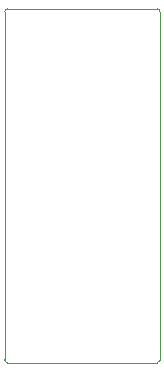
<source format=gbr>
%TF.GenerationSoftware,KiCad,Pcbnew,9.0.0*%
%TF.CreationDate,2025-06-10T15:00:41-04:00*%
%TF.ProjectId,aditBoard,61646974-426f-4617-9264-2e6b69636164,rev?*%
%TF.SameCoordinates,Original*%
%TF.FileFunction,Profile,NP*%
%FSLAX46Y46*%
G04 Gerber Fmt 4.6, Leading zero omitted, Abs format (unit mm)*
G04 Created by KiCad (PCBNEW 9.0.0) date 2025-06-10 15:00:41*
%MOMM*%
%LPD*%
G01*
G04 APERTURE LIST*
%TA.AperFunction,Profile*%
%ADD10C,0.100000*%
%TD*%
G04 APERTURE END LIST*
D10*
X114360000Y-81100000D02*
G75*
G02*
X114610000Y-80850000I250000J0D01*
G01*
X114610000Y-80850000D02*
X127280000Y-80850000D01*
X114610000Y-110800000D02*
G75*
G02*
X114360000Y-110550000I0J250000D01*
G01*
X127280000Y-80850000D02*
G75*
G02*
X127530000Y-81100000I0J-250000D01*
G01*
X127530000Y-81100000D02*
X127530000Y-110550000D01*
X127280000Y-110800000D02*
X114610000Y-110800000D01*
X114360000Y-110550000D02*
X114360000Y-81100000D01*
X127530000Y-110550000D02*
G75*
G02*
X127280000Y-110800000I-250000J0D01*
G01*
M02*

</source>
